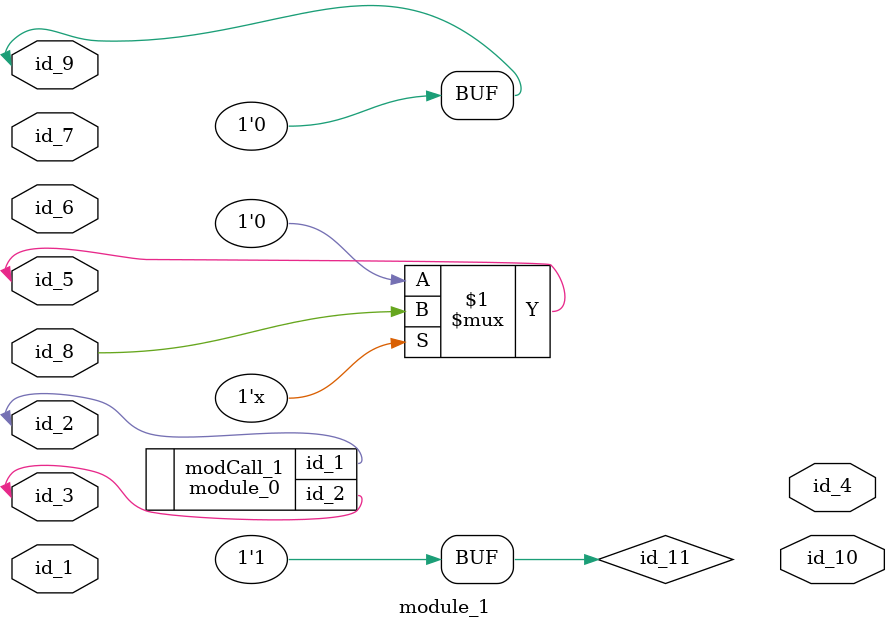
<source format=v>
module module_0 (
    id_1,
    id_2
);
  inout wire id_2;
  output wire id_1;
  wire id_3, id_4;
  assign module_1.id_9 = 0;
endmodule
module module_1 (
    id_1,
    id_2,
    id_3,
    id_4,
    id_5,
    id_6,
    id_7,
    id_8,
    id_9,
    id_10
);
  output wire id_10;
  inout wire id_9;
  input wire id_8;
  inout wire id_7;
  inout wire id_6;
  inout wire id_5;
  output wire id_4;
  inout wire id_3;
  inout wire id_2;
  input wire id_1;
  wire id_11 = 1;
  module_0 modCall_1 (
      id_2,
      id_3
  );
  assign id_9 = 1'h0;
  assign id_5 = id_7[1] ? id_8 : 1'b0;
endmodule

</source>
